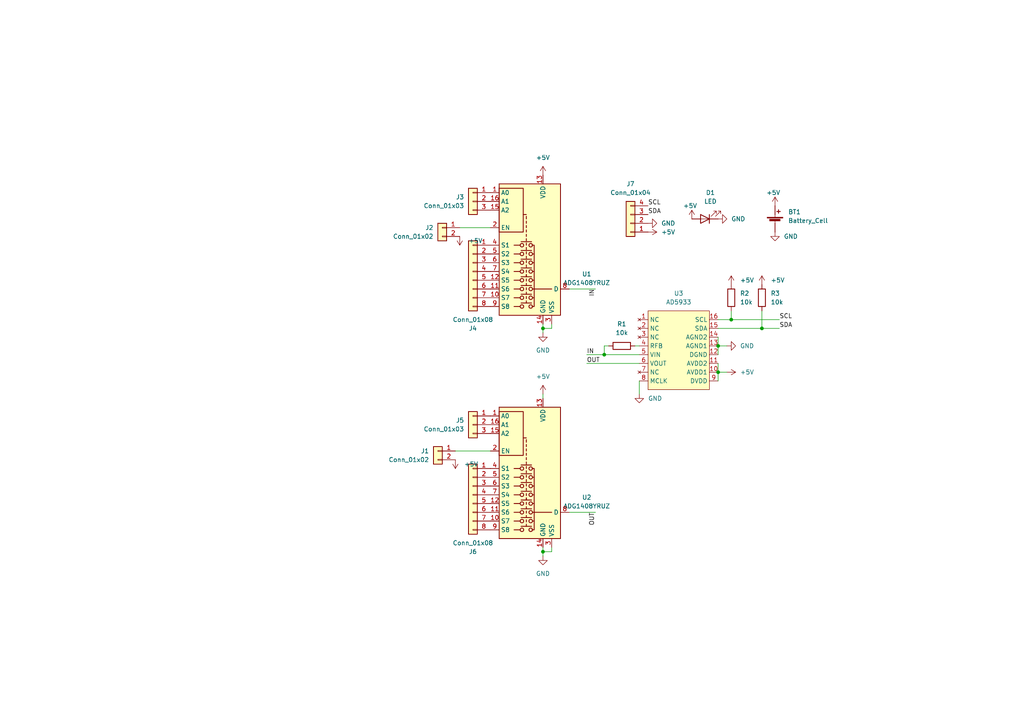
<source format=kicad_sch>
(kicad_sch (version 20211123) (generator eeschema)
  (paper "A4")
  (lib_symbols
    (symbol "Analog_Switch:ADG1408YRUZ"
      (property "Reference" "U" (at -7.62 23.495 0))
      (property "Value" "ADG1408YRUZ" (at -7.62 21.59 0))
      (symbol "ADG1408YRUZ_0_0"
        (pin power_in line (at 5.08 -20.32 90) (length 2.54) (name "GND") (number "14"))
      )
      (symbol "ADG1408YRUZ_0_1"
        (rectangle (start -7.62 6.35) (end -0.635 19.05) (stroke (width 0.254)))
        (rectangle (start -7.62 20.32) (end 10.16 -17.78) (stroke (width 0.254)) (fill (type background)))
        (circle (center -1.016 -15.24) (radius 0.508) (stroke (width 0.254)))
        (circle (center -1.016 -12.7) (radius 0.508) (stroke (width 0.254)))
        (circle (center -1.016 -10.16) (radius 0.508) (stroke (width 0.254)))
        (circle (center -1.016 -7.62) (radius 0.508) (stroke (width 0.254)))
        (circle (center -1.016 -5.08) (radius 0.508) (stroke (width 0.254)))
        (circle (center -1.016 -2.54) (radius 0.508) (stroke (width 0.254)))
        (circle (center -1.016 0) (radius 0.508) (stroke (width 0.254)))
        (circle (center -1.016 2.54) (radius 0.508) (stroke (width 0.254)))
        (polyline (pts (xy -1.524 -15.24) (xy -3.302 -15.24)) (stroke (width 0.254)))
        (polyline (pts (xy -1.524 -12.7) (xy -3.302 -12.7)) (stroke (width 0.254)))
        (polyline (pts (xy -1.524 -10.16) (xy -3.302 -10.16)) (stroke (width 0.254)))
        (polyline (pts (xy -1.524 -7.62) (xy -3.302 -7.62)) (stroke (width 0.254)))
        (polyline (pts (xy -1.524 -5.08) (xy -3.302 -5.08)) (stroke (width 0.254)))
        (polyline (pts (xy -1.524 -2.54) (xy -3.302 -2.54)) (stroke (width 0.254)))
        (polyline (pts (xy -1.524 0) (xy -3.302 0)) (stroke (width 0.254)))
        (polyline (pts (xy -1.524 2.54) (xy -3.302 2.54)) (stroke (width 0.254)))
        (polyline (pts (xy -1.27 -14.224) (xy 1.778 -14.224)) (stroke (width 0.254)))
        (polyline (pts (xy -1.27 -11.684) (xy 1.778 -11.684)) (stroke (width 0.254)))
        (polyline (pts (xy -1.27 -9.144) (xy 1.778 -9.144)) (stroke (width 0.254)))
        (polyline (pts (xy -1.27 -6.604) (xy 1.778 -6.604)) (stroke (width 0.254)))
        (polyline (pts (xy -1.27 -4.064) (xy 1.778 -4.064)) (stroke (width 0.254)))
        (polyline (pts (xy -1.27 -1.524) (xy 1.778 -1.524)) (stroke (width 0.254)))
        (polyline (pts (xy -1.27 1.016) (xy 1.778 1.016)) (stroke (width 0.254)))
        (polyline (pts (xy -1.27 3.556) (xy 1.778 3.556)) (stroke (width 0.254)))
        (polyline (pts (xy -0.635 11.43) (xy 0 11.43)) (stroke (width 0.254)))
        (polyline (pts (xy 0.254 -14.224) (xy 0.254 -13.589)) (stroke (width 0.254)))
        (polyline (pts (xy 0.254 -12.954) (xy 0.254 -12.319)) (stroke (width 0.254)))
        (polyline (pts (xy 0.254 -11.684) (xy 0.254 -11.049)) (stroke (width 0.254)))
        (polyline (pts (xy 0.254 -10.414) (xy 0.254 -9.779)) (stroke (width 0.254)))
        (polyline (pts (xy 0.254 -9.144) (xy 0.254 -8.509)) (stroke (width 0.254)))
        (polyline (pts (xy 0.254 -7.874) (xy 0.254 -7.239)) (stroke (width 0.254)))
        (polyline (pts (xy 0.254 -6.604) (xy 0.254 -5.969)) (stroke (width 0.254)))
        (polyline (pts (xy 0.254 -6.604) (xy 0.254 -5.969)) (stroke (width 0.254)))
        (polyline (pts (xy 0.254 -5.334) (xy 0.254 -4.699)) (stroke (width 0.254)))
        (polyline (pts (xy 0.254 -3.81) (xy 0.254 -3.175)) (stroke (width 0.254)))
        (polyline (pts (xy 0.254 -2.54) (xy 0.254 -1.905)) (stroke (width 0.254)))
        (polyline (pts (xy 0.254 -1.27) (xy 0.254 -0.635)) (stroke (width 0.254)))
        (polyline (pts (xy 0.254 0) (xy 0.254 0.635)) (stroke (width 0.254)))
        (polyline (pts (xy 0.254 1.27) (xy 0.254 1.905)) (stroke (width 0.254)))
        (polyline (pts (xy 0.254 2.54) (xy 0.254 3.175)) (stroke (width 0.254)))
        (polyline (pts (xy 0.254 3.81) (xy 0.254 4.445)) (stroke (width 0.254)))
        (polyline (pts (xy 0.254 5.08) (xy 0.254 5.715)) (stroke (width 0.254)))
        (polyline (pts (xy 0.254 6.35) (xy 0.254 6.985)) (stroke (width 0.254)))
        (polyline (pts (xy 0.254 7.62) (xy 0.254 8.255)) (stroke (width 0.254)))
        (polyline (pts (xy 0.254 8.89) (xy 0.254 9.525)) (stroke (width 0.254)))
        (polyline (pts (xy 0.254 10.16) (xy 0.254 10.922)) (stroke (width 0.254)))
        (polyline (pts (xy 0.254 11.43) (xy 0 11.43)) (stroke (width 0.254)))
        (polyline (pts (xy 2.032 -12.7) (xy 2.54 -12.7)) (stroke (width 0.254)))
        (polyline (pts (xy 2.032 -10.16) (xy 2.54 -10.16)) (stroke (width 0.254)))
        (polyline (pts (xy 2.032 -7.62) (xy 2.54 -7.62)) (stroke (width 0.254)))
        (polyline (pts (xy 2.032 -5.08) (xy 2.54 -5.08)) (stroke (width 0.254)))
        (polyline (pts (xy 2.032 -2.54) (xy 2.54 -2.54)) (stroke (width 0.254)))
        (polyline (pts (xy 2.032 0) (xy 2.54 0)) (stroke (width 0.254)))
        (polyline (pts (xy 2.54 -10.16) (xy 7.62 -10.16)) (stroke (width 0.254)))
        (polyline (pts (xy 1.905 2.54) (xy 2.54 2.54) (xy 2.54 -15.24) (xy 1.905 -15.24)) (stroke (width 0.254)))
        (circle (center 1.524 -15.24) (radius 0.508) (stroke (width 0.254)))
        (circle (center 1.524 -12.7) (radius 0.508) (stroke (width 0.254)))
        (circle (center 1.524 -10.16) (radius 0.508) (stroke (width 0.254)))
        (circle (center 1.524 -7.62) (radius 0.508) (stroke (width 0.254)))
        (circle (center 1.524 -5.08) (radius 0.508) (stroke (width 0.254)))
        (circle (center 1.524 -2.54) (radius 0.508) (stroke (width 0.254)))
        (circle (center 1.524 0) (radius 0.508) (stroke (width 0.254)))
        (circle (center 1.524 2.54) (radius 0.508) (stroke (width 0.254)))
      )
      (symbol "ADG1408YRUZ_1_1"
        (pin input line (at -10.16 17.78 0) (length 2.54) (name "A0") (number "1"))
        (pin bidirectional line (at -10.16 -12.7 0) (length 2.54) (name "S7") (number "10"))
        (pin bidirectional line (at -10.16 -10.16 0) (length 2.54) (name "S6") (number "11"))
        (pin bidirectional line (at -10.16 -7.62 0) (length 2.54) (name "S5") (number "12"))
        (pin power_in line (at 5.08 22.86 270) (length 2.54) (name "VDD") (number "13"))
        (pin input line (at -10.16 12.7 0) (length 2.54) (name "A2") (number "15"))
        (pin input line (at -10.16 15.24 0) (length 2.54) (name "A1") (number "16"))
        (pin input line (at -10.16 7.62 0) (length 2.54) (name "EN") (number "2"))
        (pin power_in line (at 7.62 -20.32 90) (length 2.54) (name "VSS") (number "3"))
        (pin bidirectional line (at -10.16 2.54 0) (length 2.54) (name "S1") (number "4"))
        (pin bidirectional line (at -10.16 0 0) (length 2.54) (name "S2") (number "5"))
        (pin bidirectional line (at -10.16 -2.54 0) (length 2.54) (name "S3") (number "6"))
        (pin bidirectional line (at -10.16 -5.08 0) (length 2.54) (name "S4") (number "7"))
        (pin bidirectional line (at 12.7 -10.16 180) (length 2.54) (name "D") (number "8"))
        (pin bidirectional line (at -10.16 -15.24 0) (length 2.54) (name "S8") (number "9"))
      )
    )
    (symbol "Connector_Generic:Conn_01x02" (pin_names (offset 1.016) hide)
      (property "Reference" "J" (at 0 2.54 0))
      (property "Value" "Conn_01x02" (at 0 -5.08 0))
      (symbol "Conn_01x02_1_1"
        (rectangle (start -1.27 -2.413) (end 0 -2.667) (stroke (width 0.1524)))
        (rectangle (start -1.27 0.127) (end 0 -0.127) (stroke (width 0.1524)))
        (rectangle (start -1.27 1.27) (end 1.27 -3.81) (stroke (width 0.254)) (fill (type background)))
        (pin passive line (at -5.08 0 0) (length 3.81) (name "Pin_1") (number "1"))
        (pin passive line (at -5.08 -2.54 0) (length 3.81) (name "Pin_2") (number "2"))
      )
    )
    (symbol "Connector_Generic:Conn_01x03" (pin_names (offset 1.016) hide)
      (property "Reference" "J" (at 0 5.08 0))
      (property "Value" "Conn_01x03" (at 0 -5.08 0))
      (symbol "Conn_01x03_1_1"
        (rectangle (start -1.27 -2.413) (end 0 -2.667) (stroke (width 0.1524)))
        (rectangle (start -1.27 0.127) (end 0 -0.127) (stroke (width 0.1524)))
        (rectangle (start -1.27 2.667) (end 0 2.413) (stroke (width 0.1524)))
        (rectangle (start -1.27 3.81) (end 1.27 -3.81) (stroke (width 0.254)) (fill (type background)))
        (pin passive line (at -5.08 2.54 0) (length 3.81) (name "Pin_1") (number "1"))
        (pin passive line (at -5.08 0 0) (length 3.81) (name "Pin_2") (number "2"))
        (pin passive line (at -5.08 -2.54 0) (length 3.81) (name "Pin_3") (number "3"))
      )
    )
    (symbol "Connector_Generic:Conn_01x04" (pin_names (offset 1.016) hide)
      (property "Reference" "J" (at 0 5.08 0))
      (property "Value" "Conn_01x04" (at 0 -7.62 0))
      (symbol "Conn_01x04_1_1"
        (rectangle (start -1.27 -4.953) (end 0 -5.207) (stroke (width 0.1524)))
        (rectangle (start -1.27 -2.413) (end 0 -2.667) (stroke (width 0.1524)))
        (rectangle (start -1.27 0.127) (end 0 -0.127) (stroke (width 0.1524)))
        (rectangle (start -1.27 2.667) (end 0 2.413) (stroke (width 0.1524)))
        (rectangle (start -1.27 3.81) (end 1.27 -6.35) (stroke (width 0.254)) (fill (type background)))
        (pin passive line (at -5.08 2.54 0) (length 3.81) (name "Pin_1") (number "1"))
        (pin passive line (at -5.08 0 0) (length 3.81) (name "Pin_2") (number "2"))
        (pin passive line (at -5.08 -2.54 0) (length 3.81) (name "Pin_3") (number "3"))
        (pin passive line (at -5.08 -5.08 0) (length 3.81) (name "Pin_4") (number "4"))
      )
    )
    (symbol "Connector_Generic:Conn_01x08" (pin_names (offset 1.016) hide)
      (property "Reference" "J" (at 0 10.16 0))
      (property "Value" "Conn_01x08" (at 0 -12.7 0))
      (symbol "Conn_01x08_1_1"
        (rectangle (start -1.27 -10.033) (end 0 -10.287) (stroke (width 0.1524)))
        (rectangle (start -1.27 -7.493) (end 0 -7.747) (stroke (width 0.1524)))
        (rectangle (start -1.27 -4.953) (end 0 -5.207) (stroke (width 0.1524)))
        (rectangle (start -1.27 -2.413) (end 0 -2.667) (stroke (width 0.1524)))
        (rectangle (start -1.27 0.127) (end 0 -0.127) (stroke (width 0.1524)))
        (rectangle (start -1.27 2.667) (end 0 2.413) (stroke (width 0.1524)))
        (rectangle (start -1.27 5.207) (end 0 4.953) (stroke (width 0.1524)))
        (rectangle (start -1.27 7.747) (end 0 7.493) (stroke (width 0.1524)))
        (rectangle (start -1.27 8.89) (end 1.27 -11.43) (stroke (width 0.254)) (fill (type background)))
        (pin passive line (at -5.08 7.62 0) (length 3.81) (name "Pin_1") (number "1"))
        (pin passive line (at -5.08 5.08 0) (length 3.81) (name "Pin_2") (number "2"))
        (pin passive line (at -5.08 2.54 0) (length 3.81) (name "Pin_3") (number "3"))
        (pin passive line (at -5.08 0 0) (length 3.81) (name "Pin_4") (number "4"))
        (pin passive line (at -5.08 -2.54 0) (length 3.81) (name "Pin_5") (number "5"))
        (pin passive line (at -5.08 -5.08 0) (length 3.81) (name "Pin_6") (number "6"))
        (pin passive line (at -5.08 -7.62 0) (length 3.81) (name "Pin_7") (number "7"))
        (pin passive line (at -5.08 -10.16 0) (length 3.81) (name "Pin_8") (number "8"))
      )
    )
    (symbol "Device:Battery_Cell" (pin_numbers hide) (pin_names (offset 0) hide)
      (property "Reference" "BT" (at 2.54 2.54 0))
      (property "Value" "Battery_Cell" (at 2.54 0 0))
      (symbol "Battery_Cell_0_1"
        (rectangle (start -2.286 1.778) (end 2.286 1.524) (fill (type outline)))
        (rectangle (start -1.5748 1.1938) (end 1.4732 0.6858) (fill (type outline)))
        (polyline (pts (xy 0 0.762) (xy 0 0)))
        (polyline (pts (xy 0 1.778) (xy 0 2.54)))
        (polyline (pts (xy 0.508 3.429) (xy 1.524 3.429)) (stroke (width 0.254)))
        (polyline (pts (xy 1.016 3.937) (xy 1.016 2.921)) (stroke (width 0.254)))
      )
      (symbol "Battery_Cell_1_1"
        (pin passive line (at 0 5.08 270) (length 2.54) (name "+") (number "1"))
        (pin passive line (at 0 -2.54 90) (length 2.54) (name "-") (number "2"))
      )
    )
    (symbol "Device:LED" (pin_numbers hide) (pin_names (offset 1.016) hide)
      (property "Reference" "D" (at 0 2.54 0))
      (property "Value" "LED" (at 0 -2.54 0))
      (symbol "LED_0_1"
        (polyline (pts (xy -1.27 -1.27) (xy -1.27 1.27)) (stroke (width 0.254)))
        (polyline (pts (xy -1.27 0) (xy 1.27 0)))
        (polyline (pts (xy 1.27 -1.27) (xy 1.27 1.27) (xy -1.27 0) (xy 1.27 -1.27)) (stroke (width 0.254)))
        (polyline (pts (xy -3.048 -0.762) (xy -4.572 -2.286) (xy -3.81 -2.286) (xy -4.572 -2.286) (xy -4.572 -1.524)))
        (polyline (pts (xy -1.778 -0.762) (xy -3.302 -2.286) (xy -2.54 -2.286) (xy -3.302 -2.286) (xy -3.302 -1.524)))
      )
      (symbol "LED_1_1"
        (pin passive line (at -3.81 0 0) (length 2.54) (name "K") (number "1"))
        (pin passive line (at 3.81 0 180) (length 2.54) (name "A") (number "2"))
      )
    )
    (symbol "Device:R" (pin_numbers hide) (pin_names (offset 0))
      (property "Reference" "R" (at 2.032 0 90))
      (property "Value" "R" (at 0 0 90))
      (symbol "R_0_1"
        (rectangle (start -1.016 -2.54) (end 1.016 2.54) (stroke (width 0.254)))
      )
      (symbol "R_1_1"
        (pin passive line (at 0 3.81 270) (length 1.27) (name "~") (number "1"))
        (pin passive line (at 0 -3.81 90) (length 1.27) (name "~") (number "2"))
      )
    )
    (symbol "Tomo:AD5933"
      (property "Reference" "U" (at 0 16.51 0))
      (property "Value" "AD5933" (at 0 -8.89 0))
      (symbol "AD5933_0_1"
        (rectangle (start -8.89 15.24) (end 8.89 -7.62) (fill (type background)))
      )
      (symbol "AD5933_1_1"
        (pin no_connect line (at -11.43 12.7 0) (length 2.54) (name "NC") (number "1"))
        (pin power_in line (at 11.43 -2.54 180) (length 2.54) (name "AVDD1") (number "10"))
        (pin power_in line (at 11.43 0 180) (length 2.54) (name "AVDD2") (number "11"))
        (pin power_in line (at 11.43 2.54 180) (length 2.54) (name "DGND") (number "12"))
        (pin power_in line (at 11.43 5.08 180) (length 2.54) (name "AGND1") (number "13"))
        (pin power_in line (at 11.43 7.62 180) (length 2.54) (name "AGND2") (number "14"))
        (pin bidirectional line (at 11.43 10.16 180) (length 2.54) (name "SDA") (number "15"))
        (pin bidirectional line (at 11.43 12.7 180) (length 2.54) (name "SCL") (number "16"))
        (pin no_connect line (at -11.43 10.16 0) (length 2.54) (name "NC") (number "2"))
        (pin no_connect line (at -11.43 7.62 0) (length 2.54) (name "NC") (number "3"))
        (pin passive line (at -11.43 5.08 0) (length 2.54) (name "RFB") (number "4"))
        (pin bidirectional line (at -11.43 2.54 0) (length 2.54) (name "VIN") (number "5"))
        (pin bidirectional line (at -11.43 0 0) (length 2.54) (name "VOUT") (number "6"))
        (pin no_connect line (at -11.43 -2.54 0) (length 2.54) (name "NC") (number "7"))
        (pin input line (at -11.43 -5.08 0) (length 2.54) (name "MCLK") (number "8"))
        (pin power_in line (at 11.43 -5.08 180) (length 2.54) (name "DVDD") (number "9"))
      )
    )
    (symbol "power:+5V" (power) (pin_names (offset 0))
      (property "Value" "+5V" (at 0 3.556 0))
      (symbol "+5V_0_1"
        (polyline (pts (xy -0.762 1.27) (xy 0 2.54)))
        (polyline (pts (xy 0 0) (xy 0 2.54)))
        (polyline (pts (xy 0 2.54) (xy 0.762 1.27)))
      )
      (symbol "+5V_1_1"
        (pin power_in line (at 0 0 90) (length 0) hide (name "+5V") (number "1"))
      )
    )
    (symbol "power:GND" (power) (pin_names (offset 0))
      (property "Value" "GND" (at 0 -3.81 0))
      (symbol "GND_0_1"
        (polyline (pts (xy 0 0) (xy 0 -1.27) (xy 1.27 -1.27) (xy 0 -2.54) (xy -1.27 -1.27) (xy 0 -1.27)))
      )
      (symbol "GND_1_1"
        (pin power_in line (at 0 0 270) (length 0) hide (name "GND") (number "1"))
      )
    )
  )
  (junction (at 157.48 95.25))
  (junction (at 157.48 160.02))
  (junction (at 220.98 95.25))
  (junction (at 208.28 107.95))
  (junction (at 212.09 92.71))
  (junction (at 208.28 100.33))
  (junction (at 175.26 102.87))
  (wire (pts (xy 208.28 100.33) (xy 210.82 100.33)))
  (wire (pts (xy 170.18 102.87) (xy 175.26 102.87)))
  (wire (pts (xy 157.48 158.75) (xy 157.48 160.02)))
  (wire (pts (xy 160.02 160.02) (xy 157.48 160.02)))
  (wire (pts (xy 170.18 105.41) (xy 185.42 105.41)))
  (wire (pts (xy 176.53 100.33) (xy 175.26 100.33)))
  (wire (pts (xy 212.09 92.71) (xy 226.06 92.71)))
  (wire (pts (xy 133.35 66.04) (xy 142.24 66.04)))
  (wire (pts (xy 208.28 97.79) (xy 208.28 100.33)))
  (wire (pts (xy 208.28 105.41) (xy 208.28 107.95)))
  (wire (pts (xy 172.72 148.59) (xy 165.1 148.59)))
  (wire (pts (xy 212.09 90.17) (xy 212.09 92.71)))
  (wire (pts (xy 157.48 93.98) (xy 157.48 95.25)))
  (wire (pts (xy 160.02 93.98) (xy 160.02 95.25)))
  (wire (pts (xy 184.15 100.33) (xy 185.42 100.33)))
  (wire (pts (xy 160.02 158.75) (xy 160.02 160.02)))
  (wire (pts (xy 208.28 92.71) (xy 212.09 92.71)))
  (wire (pts (xy 157.48 95.25) (xy 157.48 96.52)))
  (wire (pts (xy 208.28 107.95) (xy 210.82 107.95)))
  (wire (pts (xy 172.72 83.82) (xy 165.1 83.82)))
  (wire (pts (xy 220.98 95.25) (xy 226.06 95.25)))
  (wire (pts (xy 208.28 107.95) (xy 208.28 110.49)))
  (wire (pts (xy 185.42 110.49) (xy 185.42 114.3)))
  (wire (pts (xy 220.98 90.17) (xy 220.98 95.25)))
  (wire (pts (xy 157.48 160.02) (xy 157.48 161.29)))
  (wire (pts (xy 157.48 114.3) (xy 157.48 115.57)))
  (wire (pts (xy 132.08 130.81) (xy 142.24 130.81)))
  (wire (pts (xy 175.26 102.87) (xy 185.42 102.87)))
  (wire (pts (xy 208.28 100.33) (xy 208.28 102.87)))
  (wire (pts (xy 175.26 100.33) (xy 175.26 102.87)))
  (wire (pts (xy 160.02 95.25) (xy 157.48 95.25)))
  (wire (pts (xy 208.28 95.25) (xy 220.98 95.25)))
  (label "OUT" (at 170.18 105.41 0))
  (label "IN" (at 172.72 83.82 270))
  (label "SCL" (at 187.96 59.69 0))
  (label "SDA" (at 226.06 95.25 0))
  (label "SDA" (at 187.96 62.23 0))
  (label "OUT" (at 172.72 148.59 270))
  (label "SCL" (at 226.06 92.71 0))
  (label "IN" (at 170.18 102.87 0))
  (symbol (lib_id "power:+5V") (at 224.79 59.69 0) (unit 1)
    (property "Reference" "#PWR0101" (effects hide))
    (property "Value" "+5V" (at 222.25 55.88 0) (effects (justify left)))
  )
  (symbol (lib_id "Tomo:AD5933") (at 196.85 105.41 0) (unit 1)
    (property "Reference" "U3" (at 196.85 85.09 0))
    (property "Value" "AD5933" (at 196.85 87.63 0))
    (property "Footprint" "Package_SO:SSOP-16_5.3x6.2mm_P0.65mm" (effects hide))
    (property "Datasheet" "https://www.analog.com/media/cn/technical-documentation/data-sheets/AD5933_cn.pdf" (effects hide))
  )
  (symbol (lib_id "power:+5V") (at 212.09 82.55 0) (unit 1)
    (property "Reference" "#PWR014" (effects hide))
    (property "Value" "+5V" (at 214.63 81.2799 0) (effects (justify left)))
  )
  (symbol (lib_id "Connector_Generic:Conn_01x03") (at 137.16 58.42 0) (mirror y) (unit 1)
    (property "Reference" "J3" (at 134.62 57.1499 0) (effects (justify left)))
    (property "Value" "Conn_01x03" (at 134.62 59.6899 0) (effects (justify left)))
    (property "Footprint" "Connector_PinSocket_2.54mm:PinSocket_1x03_P2.54mm_Vertical" (effects hide))
  )
  (symbol (lib_id "Device:R") (at 180.34 100.33 90) (unit 1)
    (property "Reference" "R1" (at 180.34 93.98 90))
    (property "Value" "10k" (at 180.34 96.52 90))
    (property "Footprint" "Resistor_SMD:R_0603_1608Metric" (effects hide))
  )
  (symbol (lib_id "power:+5V") (at 220.98 82.55 0) (unit 1)
    (property "Reference" "#PWR015" (effects hide))
    (property "Value" "+5V" (at 223.52 81.2799 0) (effects (justify left)))
  )
  (symbol (lib_id "power:+5V") (at 132.08 133.35 180) (unit 1)
    (property "Reference" "#PWR01" (effects hide))
    (property "Value" "+5V" (at 134.62 134.6199 0) (effects (justify right)))
  )
  (symbol (lib_id "power:+5V") (at 200.66 63.5 0) (unit 1)
    (property "Reference" "#PWR010" (effects hide))
    (property "Value" "+5V" (at 198.12 59.69 0) (effects (justify left)))
  )
  (symbol (lib_id "Connector_Generic:Conn_01x02") (at 128.27 66.04 0) (mirror y) (unit 1)
    (property "Reference" "J2" (at 125.73 66.0399 0) (effects (justify left)))
    (property "Value" "Conn_01x02" (at 125.73 68.5799 0) (effects (justify left)))
    (property "Footprint" "Connector_PinSocket_2.54mm:PinSocket_1x02_P2.54mm_Vertical" (effects hide))
  )
  (symbol (lib_id "power:GND") (at 187.96 64.77 90) (unit 1)
    (property "Reference" "#PWR08" (effects hide))
    (property "Value" "GND" (at 191.77 64.7699 90) (effects (justify right)))
  )
  (symbol (lib_id "power:+5V") (at 187.96 67.31 270) (unit 1)
    (property "Reference" "#PWR09" (effects hide))
    (property "Value" "+5V" (at 191.77 67.3099 90) (effects (justify left)))
  )
  (symbol (lib_id "Analog_Switch:ADG1408YRUZ") (at 152.4 73.66 0) (unit 1)
    (property "Reference" "U1" (at 170.18 79.4893 0))
    (property "Value" "ADG1408YRUZ" (at 170.18 82.0293 0))
    (property "Footprint" "Package_SO:TSSOP-16_4.4x5mm_P0.65mm" (effects hide))
    (property "Datasheet" "https://www.analog.com/media/en/technical-documentation/data-sheets/ADG1408_1409.pdf" (effects hide))
  )
  (symbol (lib_id "power:GND") (at 224.79 67.31 0) (unit 1)
    (property "Reference" "#PWR0102" (effects hide))
    (property "Value" "GND" (at 227.33 68.5799 0) (effects (justify left)))
  )
  (symbol (lib_id "power:GND") (at 185.42 114.3 0) (unit 1)
    (property "Reference" "#PWR07" (effects hide))
    (property "Value" "GND" (at 187.96 115.5699 0) (effects (justify left)))
  )
  (symbol (lib_id "power:GND") (at 208.28 63.5 90) (unit 1)
    (property "Reference" "#PWR011" (effects hide))
    (property "Value" "GND" (at 212.09 63.4999 90) (effects (justify right)))
  )
  (symbol (lib_id "power:GND") (at 157.48 161.29 0) (unit 1)
    (property "Reference" "#PWR06" (effects hide))
    (property "Value" "GND" (at 157.48 166.37 0))
  )
  (symbol (lib_id "power:+5V") (at 133.35 68.58 180) (unit 1)
    (property "Reference" "#PWR02" (effects hide))
    (property "Value" "+5V" (at 135.89 69.8499 0) (effects (justify right)))
  )
  (symbol (lib_id "power:GND") (at 210.82 100.33 90) (unit 1)
    (property "Reference" "#PWR012" (effects hide))
    (property "Value" "GND" (at 214.63 100.3299 90) (effects (justify right)))
  )
  (symbol (lib_id "Connector_Generic:Conn_01x02") (at 127 130.81 0) (mirror y) (unit 1)
    (property "Reference" "J1" (at 124.46 130.8099 0) (effects (justify left)))
    (property "Value" "Conn_01x02" (at 124.46 133.3499 0) (effects (justify left)))
    (property "Footprint" "Connector_PinSocket_2.54mm:PinSocket_1x02_P2.54mm_Vertical" (effects hide))
  )
  (symbol (lib_id "Device:Battery_Cell") (at 224.79 64.77 0) (unit 1)
    (property "Reference" "BT1" (at 228.6 61.4679 0) (effects (justify left)))
    (property "Value" "Battery_Cell" (at 228.6 64.0079 0) (effects (justify left)))
    (property "Footprint" "Connector_PinHeader_2.54mm:PinHeader_1x02_P2.54mm_Vertical" (effects hide))
  )
  (symbol (lib_id "Connector_Generic:Conn_01x08") (at 137.16 78.74 0) (mirror y) (unit 1)
    (property "Reference" "J4" (at 137.16 95.25 0))
    (property "Value" "Conn_01x08" (at 137.16 92.71 0))
    (property "Footprint" "Connector_PinSocket_2.54mm:PinSocket_1x08_P2.54mm_Vertical" (effects hide))
  )
  (symbol (lib_id "Device:R") (at 212.09 86.36 0) (unit 1)
    (property "Reference" "R2" (at 214.63 85.0899 0) (effects (justify left)))
    (property "Value" "10k" (at 214.63 87.6299 0) (effects (justify left)))
    (property "Footprint" "Resistor_SMD:R_0603_1608Metric" (effects hide))
  )
  (symbol (lib_id "power:+5V") (at 210.82 107.95 270) (unit 1)
    (property "Reference" "#PWR013" (effects hide))
    (property "Value" "+5V" (at 214.63 107.9499 90) (effects (justify left)))
  )
  (symbol (lib_id "Analog_Switch:ADG1408YRUZ") (at 152.4 138.43 0) (unit 1)
    (property "Reference" "U2" (at 170.18 144.2593 0))
    (property "Value" "ADG1408YRUZ" (at 170.18 146.7993 0))
    (property "Footprint" "Package_SO:TSSOP-16_4.4x5mm_P0.65mm" (effects hide))
    (property "Datasheet" "https://www.analog.com/media/en/technical-documentation/data-sheets/ADG1408_1409.pdf" (effects hide))
  )
  (symbol (lib_id "Connector_Generic:Conn_01x03") (at 137.16 123.19 0) (mirror y) (unit 1)
    (property "Reference" "J5" (at 134.62 121.9199 0) (effects (justify left)))
    (property "Value" "Conn_01x03" (at 134.62 124.4599 0) (effects (justify left)))
    (property "Footprint" "Connector_PinSocket_2.54mm:PinSocket_1x03_P2.54mm_Vertical" (effects hide))
  )
  (symbol (lib_id "power:GND") (at 157.48 96.52 0) (unit 1)
    (property "Reference" "#PWR04" (effects hide))
    (property "Value" "GND" (at 157.48 101.6 0))
  )
  (symbol (lib_id "Connector_Generic:Conn_01x04") (at 182.88 64.77 180) (unit 1)
    (property "Reference" "J7" (at 182.88 53.34 0))
    (property "Value" "Conn_01x04" (at 182.88 55.88 0))
  )
  (symbol (lib_id "Device:R") (at 220.98 86.36 0) (unit 1)
    (property "Reference" "R3" (at 223.52 85.0899 0) (effects (justify left)))
    (property "Value" "10k" (at 223.52 87.6299 0) (effects (justify left)))
    (property "Footprint" "Resistor_SMD:R_0603_1608Metric" (effects hide))
  )
  (symbol (lib_id "Device:LED") (at 204.47 63.5 180) (unit 1)
    (property "Reference" "D1" (at 206.0575 55.88 0))
    (property "Value" "LED" (at 206.0575 58.42 0))
  )
  (symbol (lib_id "power:+5V") (at 157.48 50.8 0) (unit 1)
    (property "Reference" "#PWR03" (effects hide))
    (property "Value" "+5V" (at 157.48 45.72 0))
  )
  (symbol (lib_id "power:+5V") (at 157.48 114.3 0) (unit 1)
    (property "Reference" "#PWR05" (effects hide))
    (property "Value" "+5V" (at 157.48 109.22 0))
  )
  (symbol (lib_id "Connector_Generic:Conn_01x08") (at 137.16 143.51 0) (mirror y) (unit 1)
    (property "Reference" "J6" (at 137.16 160.02 0))
    (property "Value" "Conn_01x08" (at 137.16 157.48 0))
    (property "Footprint" "Connector_PinSocket_2.54mm:PinSocket_1x08_P2.54mm_Vertical" (effects hide))
  )
)
</source>
